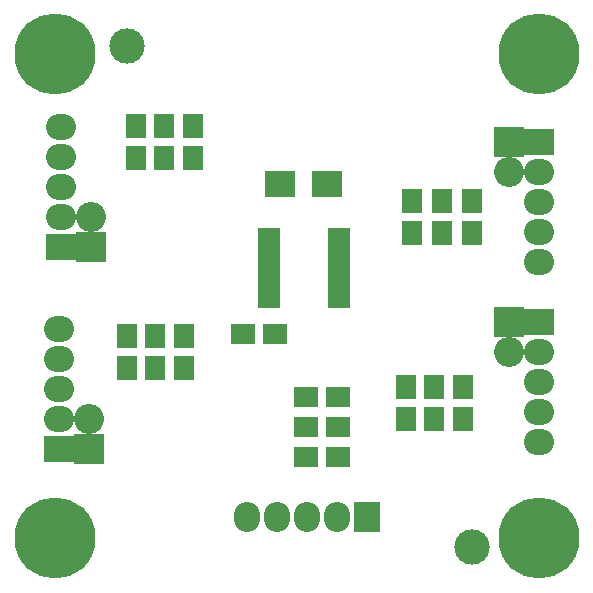
<source format=gts>
G04 #@! TF.FileFunction,Soldermask,Top*
%FSLAX46Y46*%
G04 Gerber Fmt 4.6, Leading zero omitted, Abs format (unit mm)*
G04 Created by KiCad (PCBNEW (after 2015-mar-04 BZR unknown)-product) date 11/26/2015 10:37:44 PM*
%MOMM*%
G01*
G04 APERTURE LIST*
%ADD10C,0.150000*%
%ADD11C,3.000000*%
%ADD12R,2.008000X1.808000*%
%ADD13R,1.808000X2.008000*%
%ADD14C,6.858000*%
%ADD15R,2.540000X2.235200*%
%ADD16O,2.540000X2.235200*%
%ADD17R,2.235200X2.540000*%
%ADD18O,2.235200X2.540000*%
%ADD19R,1.958000X0.958000*%
%ADD20R,2.540000X2.540000*%
%ADD21O,2.540000X2.540000*%
%ADD22R,2.508000X2.208000*%
G04 APERTURE END LIST*
D10*
D11*
X194310000Y-125730000D03*
X165100000Y-83312000D03*
D12*
X182960000Y-113030000D03*
X180260000Y-113030000D03*
X182960000Y-115570000D03*
X180260000Y-115570000D03*
X182960000Y-118110000D03*
X180260000Y-118110000D03*
D13*
X188722000Y-114888000D03*
X188722000Y-112188000D03*
X194310000Y-96440000D03*
X194310000Y-99140000D03*
X170688000Y-90090000D03*
X170688000Y-92790000D03*
X165100000Y-110570000D03*
X165100000Y-107870000D03*
X193548000Y-114888000D03*
X193548000Y-112188000D03*
X189230000Y-96440000D03*
X189230000Y-99140000D03*
X165862000Y-90090000D03*
X165862000Y-92790000D03*
X169926000Y-110570000D03*
X169926000Y-107870000D03*
X191135000Y-114888000D03*
X191135000Y-112188000D03*
D14*
X159000000Y-84000000D03*
X200000000Y-84000000D03*
X159000000Y-125000000D03*
X200000000Y-125000000D03*
D15*
X200025000Y-106680000D03*
D16*
X200025000Y-109220000D03*
X200025000Y-111760000D03*
X200025000Y-114300000D03*
X200025000Y-116840000D03*
D15*
X200025000Y-91440000D03*
D16*
X200025000Y-93980000D03*
X200025000Y-96520000D03*
X200025000Y-99060000D03*
X200025000Y-101600000D03*
D15*
X159512000Y-100330000D03*
D16*
X159512000Y-97790000D03*
X159512000Y-95250000D03*
X159512000Y-92710000D03*
X159512000Y-90170000D03*
D15*
X159385000Y-117475000D03*
D16*
X159385000Y-114935000D03*
X159385000Y-112395000D03*
X159385000Y-109855000D03*
X159385000Y-107315000D03*
D13*
X191770000Y-96440000D03*
X191770000Y-99140000D03*
X168275000Y-90090000D03*
X168275000Y-92790000D03*
X167513000Y-110570000D03*
X167513000Y-107870000D03*
D17*
X185420000Y-123190000D03*
D18*
X182880000Y-123190000D03*
X180340000Y-123190000D03*
X177800000Y-123190000D03*
X175260000Y-123190000D03*
D19*
X183036000Y-105033000D03*
X183036000Y-104383000D03*
X183036000Y-103733000D03*
X183036000Y-103083000D03*
X183036000Y-102433000D03*
X183036000Y-101783000D03*
X183036000Y-101133000D03*
X183036000Y-100483000D03*
X183036000Y-99833000D03*
X183036000Y-99183000D03*
X177136000Y-99183000D03*
X177136000Y-99833000D03*
X177136000Y-100483000D03*
X177136000Y-101133000D03*
X177136000Y-101783000D03*
X177136000Y-102433000D03*
X177136000Y-103083000D03*
X177136000Y-103733000D03*
X177136000Y-104383000D03*
X177136000Y-105033000D03*
D20*
X197485000Y-106680000D03*
D21*
X197485000Y-109220000D03*
D20*
X197485000Y-91440000D03*
D21*
X197485000Y-93980000D03*
D20*
X162052000Y-100330000D03*
D21*
X162052000Y-97790000D03*
D20*
X161925000Y-117475000D03*
D21*
X161925000Y-114935000D03*
D12*
X177626000Y-107696000D03*
X174926000Y-107696000D03*
D22*
X178086000Y-94996000D03*
X182086000Y-94996000D03*
M02*

</source>
